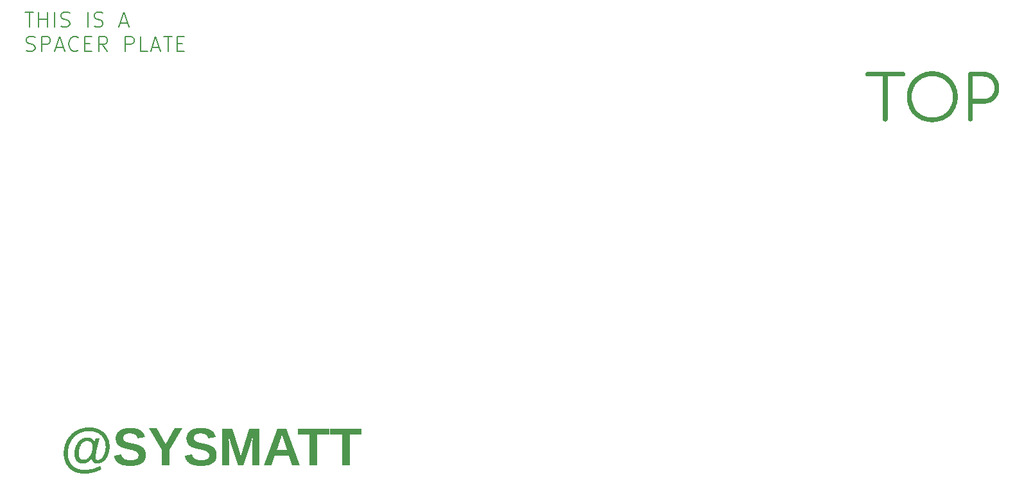
<source format=gto>
G04 #@! TF.GenerationSoftware,KiCad,Pcbnew,7.0.9-1.fc39*
G04 #@! TF.CreationDate,2023-12-18T12:14:33-05:00*
G04 #@! TF.ProjectId,SYSMATT-WS2812-MATRIX-CARRIER-SPACER-PLATE,5359534d-4154-4542-9d57-53323831322d,rev?*
G04 #@! TF.SameCoordinates,Original*
G04 #@! TF.FileFunction,Legend,Top*
G04 #@! TF.FilePolarity,Positive*
%FSLAX46Y46*%
G04 Gerber Fmt 4.6, Leading zero omitted, Abs format (unit mm)*
G04 Created by KiCad (PCBNEW 7.0.9-1.fc39) date 2023-12-18 12:14:33*
%MOMM*%
%LPD*%
G01*
G04 APERTURE LIST*
%ADD10C,0.150000*%
%ADD11C,1.000000*%
%ADD12C,12.800000*%
%ADD13C,8.600000*%
%ADD14C,10.600000*%
G04 APERTURE END LIST*
D10*
G36*
X152073412Y-124414752D02*
G01*
X147427913Y-124414752D01*
X147363968Y-124420513D01*
X147305708Y-124437214D01*
X147242210Y-124472140D01*
X147190673Y-124521079D01*
X147152808Y-124582322D01*
X147133509Y-124639024D01*
X147124930Y-124701630D01*
X147124563Y-124718101D01*
X147130325Y-124779144D01*
X147152808Y-124848353D01*
X147190673Y-124907896D01*
X147242210Y-124955859D01*
X147305708Y-124990333D01*
X147363968Y-125006914D01*
X147427913Y-125012658D01*
X149418004Y-125012658D01*
X149418004Y-130653203D01*
X149424896Y-130720259D01*
X149444565Y-130782163D01*
X149475500Y-130837747D01*
X149516189Y-130885844D01*
X149565122Y-130925285D01*
X149620786Y-130954904D01*
X149681671Y-130973531D01*
X149746266Y-130980000D01*
X149813385Y-130973531D01*
X149875455Y-130954904D01*
X149931274Y-130925285D01*
X149979640Y-130885844D01*
X150019351Y-130837747D01*
X150049204Y-130782163D01*
X150067997Y-130720259D01*
X150074528Y-130653203D01*
X150074528Y-125012658D01*
X152073412Y-125012658D01*
X152136873Y-125006914D01*
X152194770Y-124990333D01*
X152257956Y-124955859D01*
X152309309Y-124907896D01*
X152347084Y-124848353D01*
X152369537Y-124779144D01*
X152375296Y-124718101D01*
X152369537Y-124654157D01*
X152352856Y-124595896D01*
X152318006Y-124532398D01*
X152269229Y-124480862D01*
X152208270Y-124442996D01*
X152151904Y-124423697D01*
X152089750Y-124415119D01*
X152073412Y-124414752D01*
G37*
G36*
X156127759Y-124360287D02*
G01*
X156304258Y-124372634D01*
X156477412Y-124393006D01*
X156647055Y-124421232D01*
X156813022Y-124457143D01*
X156975147Y-124500570D01*
X157133265Y-124551342D01*
X157287211Y-124609291D01*
X157436817Y-124674247D01*
X157581920Y-124746040D01*
X157722353Y-124824500D01*
X157857952Y-124909458D01*
X157988549Y-125000745D01*
X158113981Y-125098190D01*
X158234080Y-125201625D01*
X158348682Y-125310879D01*
X158457622Y-125425783D01*
X158560732Y-125546168D01*
X158657849Y-125671863D01*
X158748806Y-125802700D01*
X158833439Y-125938508D01*
X158911580Y-126079119D01*
X158983065Y-126224362D01*
X159047728Y-126374068D01*
X159105404Y-126528067D01*
X159155927Y-126686190D01*
X159199131Y-126848267D01*
X159234852Y-127014129D01*
X159262922Y-127183606D01*
X159283178Y-127356528D01*
X159295452Y-127532726D01*
X159299581Y-127712030D01*
X159295452Y-127891996D01*
X159283178Y-128068806D01*
X159262922Y-128242292D01*
X159234852Y-128412287D01*
X159199131Y-128578623D01*
X159155927Y-128741132D01*
X159105404Y-128899647D01*
X159047728Y-129054000D01*
X158983065Y-129204023D01*
X158911580Y-129349548D01*
X158833439Y-129490408D01*
X158748806Y-129626435D01*
X158657849Y-129757462D01*
X158560732Y-129883320D01*
X158457622Y-130003842D01*
X158348682Y-130118860D01*
X158234080Y-130228207D01*
X158113981Y-130331715D01*
X157988549Y-130429215D01*
X157857952Y-130520541D01*
X157722353Y-130605525D01*
X157581920Y-130683999D01*
X157436817Y-130755795D01*
X157287211Y-130820746D01*
X157133265Y-130878683D01*
X156975147Y-130929439D01*
X156813022Y-130972847D01*
X156647055Y-131008739D01*
X156477412Y-131036947D01*
X156304258Y-131057303D01*
X156127759Y-131069639D01*
X155948080Y-131073789D01*
X155767757Y-131069639D01*
X155590696Y-131057303D01*
X155417057Y-131036947D01*
X155247002Y-131008739D01*
X155080694Y-130972847D01*
X154918293Y-130929439D01*
X154759961Y-130878683D01*
X154605859Y-130820746D01*
X154456150Y-130755795D01*
X154310994Y-130683999D01*
X154170553Y-130605525D01*
X154034989Y-130520541D01*
X153904463Y-130429215D01*
X153779137Y-130331715D01*
X153659173Y-130228207D01*
X153544731Y-130118860D01*
X153435973Y-130003842D01*
X153333062Y-129883320D01*
X153236158Y-129757462D01*
X153145422Y-129626435D01*
X153061018Y-129490408D01*
X152983105Y-129349548D01*
X152911846Y-129204023D01*
X152847402Y-129054000D01*
X152789935Y-128899647D01*
X152739606Y-128741132D01*
X152696577Y-128578623D01*
X152661009Y-128412287D01*
X152633063Y-128242292D01*
X152612903Y-128068806D01*
X152600688Y-127891996D01*
X152596580Y-127712030D01*
X153235519Y-127712030D01*
X153238867Y-127857077D01*
X153248820Y-127999762D01*
X153265243Y-128139937D01*
X153288001Y-128277456D01*
X153316959Y-128412171D01*
X153351980Y-128543936D01*
X153392931Y-128672603D01*
X153439676Y-128798025D01*
X153492079Y-128920056D01*
X153550006Y-129038548D01*
X153613321Y-129153354D01*
X153681888Y-129264327D01*
X153755574Y-129371320D01*
X153834242Y-129474187D01*
X153917757Y-129572779D01*
X154005983Y-129666950D01*
X154098787Y-129756553D01*
X154196032Y-129841441D01*
X154297583Y-129921467D01*
X154403306Y-129996483D01*
X154513063Y-130066343D01*
X154626722Y-130130900D01*
X154744146Y-130190007D01*
X154865199Y-130243516D01*
X154989748Y-130291280D01*
X155117656Y-130333153D01*
X155248788Y-130368988D01*
X155383009Y-130398637D01*
X155520185Y-130421953D01*
X155660178Y-130438789D01*
X155802855Y-130448999D01*
X155948080Y-130452435D01*
X156092640Y-130448999D01*
X156234693Y-130438789D01*
X156374103Y-130421953D01*
X156510733Y-130398637D01*
X156644447Y-130368988D01*
X156775108Y-130333153D01*
X156902580Y-130291280D01*
X157026726Y-130243516D01*
X157147409Y-130190007D01*
X157264493Y-130130900D01*
X157377841Y-130066343D01*
X157487317Y-129996483D01*
X157592784Y-129921467D01*
X157694106Y-129841441D01*
X157791145Y-129756553D01*
X157883766Y-129666950D01*
X157971832Y-129572779D01*
X158055206Y-129474187D01*
X158133751Y-129371320D01*
X158207332Y-129264327D01*
X158275811Y-129153354D01*
X158339051Y-129038548D01*
X158396917Y-128920056D01*
X158449272Y-128798025D01*
X158495979Y-128672603D01*
X158536902Y-128543936D01*
X158571903Y-128412171D01*
X158600847Y-128277456D01*
X158623596Y-128139937D01*
X158640015Y-127999762D01*
X158649967Y-127857077D01*
X158653314Y-127712030D01*
X158649967Y-127567645D01*
X158640015Y-127425572D01*
X158623596Y-127285960D01*
X158600847Y-127148960D01*
X158571903Y-127014719D01*
X158536902Y-126883386D01*
X158495979Y-126755111D01*
X158449272Y-126630042D01*
X158396917Y-126508328D01*
X158339051Y-126390119D01*
X158275811Y-126275562D01*
X158207332Y-126164808D01*
X158133751Y-126058005D01*
X158055206Y-125955301D01*
X157971832Y-125856846D01*
X157883766Y-125762789D01*
X157791145Y-125673279D01*
X157694106Y-125588464D01*
X157592784Y-125508493D01*
X157487317Y-125433516D01*
X157377841Y-125363682D01*
X157264493Y-125299138D01*
X157147409Y-125240035D01*
X157026726Y-125186521D01*
X156902580Y-125138745D01*
X156775108Y-125096856D01*
X156644447Y-125061003D01*
X156510733Y-125031334D01*
X156374103Y-125008000D01*
X156234693Y-124991148D01*
X156092640Y-124980927D01*
X155948080Y-124977487D01*
X155802855Y-124980927D01*
X155660178Y-124991148D01*
X155520185Y-125008000D01*
X155383009Y-125031334D01*
X155248788Y-125061003D01*
X155117656Y-125096856D01*
X154989748Y-125138745D01*
X154865199Y-125186521D01*
X154744146Y-125240035D01*
X154626722Y-125299138D01*
X154513063Y-125363682D01*
X154403306Y-125433516D01*
X154297583Y-125508493D01*
X154196032Y-125588464D01*
X154098787Y-125673279D01*
X154005983Y-125762789D01*
X153917757Y-125856846D01*
X153834242Y-125955301D01*
X153755574Y-126058005D01*
X153681888Y-126164808D01*
X153613321Y-126275562D01*
X153550006Y-126390119D01*
X153492079Y-126508328D01*
X153439676Y-126630042D01*
X153392931Y-126755111D01*
X153351980Y-126883386D01*
X153316959Y-127014719D01*
X153288001Y-127148960D01*
X153265243Y-127285960D01*
X153248820Y-127425572D01*
X153238867Y-127567645D01*
X153235519Y-127712030D01*
X152596580Y-127712030D01*
X152600688Y-127532726D01*
X152612903Y-127356528D01*
X152633063Y-127183606D01*
X152661009Y-127014129D01*
X152696577Y-126848267D01*
X152739606Y-126686190D01*
X152789935Y-126528067D01*
X152847402Y-126374068D01*
X152911846Y-126224362D01*
X152983105Y-126079119D01*
X153061018Y-125938508D01*
X153145422Y-125802700D01*
X153236158Y-125671863D01*
X153333062Y-125546168D01*
X153435973Y-125425783D01*
X153544731Y-125310879D01*
X153659173Y-125201625D01*
X153779137Y-125098190D01*
X153904463Y-125000745D01*
X154034989Y-124909458D01*
X154170553Y-124824500D01*
X154310994Y-124746040D01*
X154456150Y-124674247D01*
X154605859Y-124609291D01*
X154759961Y-124551342D01*
X154918293Y-124500570D01*
X155080694Y-124457143D01*
X155247002Y-124421232D01*
X155417057Y-124393006D01*
X155590696Y-124372634D01*
X155767757Y-124360287D01*
X155948080Y-124356133D01*
X156127759Y-124360287D01*
G37*
G36*
X162770884Y-124417316D02*
G01*
X162884034Y-124424946D01*
X162994836Y-124437547D01*
X163103198Y-124455023D01*
X163209026Y-124477280D01*
X163312228Y-124504223D01*
X163412713Y-124535756D01*
X163510389Y-124571785D01*
X163605161Y-124612214D01*
X163696940Y-124656949D01*
X163785631Y-124705895D01*
X163871143Y-124758957D01*
X163953383Y-124816039D01*
X164032260Y-124877047D01*
X164107681Y-124941886D01*
X164179553Y-125010460D01*
X164247784Y-125082675D01*
X164312283Y-125158436D01*
X164372956Y-125237648D01*
X164429711Y-125320215D01*
X164482456Y-125406044D01*
X164531099Y-125495038D01*
X164575548Y-125587102D01*
X164615710Y-125682143D01*
X164651492Y-125780065D01*
X164682803Y-125880772D01*
X164709550Y-125984170D01*
X164731641Y-126090164D01*
X164748983Y-126198659D01*
X164761485Y-126309560D01*
X164769054Y-126422772D01*
X164771598Y-126538199D01*
X164769054Y-126652133D01*
X164761485Y-126763886D01*
X164748983Y-126873363D01*
X164731641Y-126980472D01*
X164709550Y-127085118D01*
X164682803Y-127187206D01*
X164651492Y-127286642D01*
X164615710Y-127383333D01*
X164575548Y-127477183D01*
X164531099Y-127568099D01*
X164482456Y-127655987D01*
X164429711Y-127740753D01*
X164372956Y-127822301D01*
X164312283Y-127900539D01*
X164247784Y-127975371D01*
X164179553Y-128046704D01*
X164107681Y-128114443D01*
X164032260Y-128178495D01*
X163953383Y-128238765D01*
X163871143Y-128295159D01*
X163785631Y-128347583D01*
X163696940Y-128395942D01*
X163605161Y-128440142D01*
X163510389Y-128480090D01*
X163412713Y-128515691D01*
X163312228Y-128546850D01*
X163209026Y-128573474D01*
X163103198Y-128595469D01*
X162994836Y-128612740D01*
X162884034Y-128625193D01*
X162770884Y-128632734D01*
X162655478Y-128635268D01*
X161302861Y-128635268D01*
X161302861Y-130648806D01*
X161296690Y-130719417D01*
X161278772Y-130783399D01*
X161250001Y-130839894D01*
X161211270Y-130888042D01*
X161163470Y-130926985D01*
X161107497Y-130955865D01*
X161044242Y-130973823D01*
X160974598Y-130980000D01*
X160905018Y-130973823D01*
X160841929Y-130955865D01*
X160786190Y-130926985D01*
X160738660Y-130888042D01*
X160700197Y-130839894D01*
X160671661Y-130783399D01*
X160653909Y-130719417D01*
X160647801Y-130648806D01*
X160647801Y-125044898D01*
X161302861Y-125044898D01*
X161302861Y-128006587D01*
X162655478Y-128006587D01*
X162735790Y-128004812D01*
X162814568Y-127999531D01*
X162891745Y-127990810D01*
X162967254Y-127978715D01*
X163041028Y-127963312D01*
X163113001Y-127944667D01*
X163183106Y-127922845D01*
X163251277Y-127897914D01*
X163317448Y-127869939D01*
X163381551Y-127838986D01*
X163443521Y-127805121D01*
X163503290Y-127768410D01*
X163560793Y-127728919D01*
X163615962Y-127686715D01*
X163668731Y-127641862D01*
X163719033Y-127594427D01*
X163766802Y-127544477D01*
X163811972Y-127492076D01*
X163854476Y-127437292D01*
X163894247Y-127380190D01*
X163931218Y-127320836D01*
X163965324Y-127259296D01*
X163996498Y-127195637D01*
X164024672Y-127129923D01*
X164049782Y-127062222D01*
X164071759Y-126992599D01*
X164090537Y-126921120D01*
X164106051Y-126847851D01*
X164118233Y-126772859D01*
X164127017Y-126696209D01*
X164132336Y-126617967D01*
X164134124Y-126538199D01*
X164132336Y-126456942D01*
X164127017Y-126377253D01*
X164118233Y-126299200D01*
X164106051Y-126222848D01*
X164090537Y-126148264D01*
X164071759Y-126075514D01*
X164049782Y-126004665D01*
X164024672Y-125935782D01*
X163996498Y-125868932D01*
X163965324Y-125804181D01*
X163931218Y-125741595D01*
X163894247Y-125681242D01*
X163854476Y-125623186D01*
X163811972Y-125567494D01*
X163766802Y-125514234D01*
X163719033Y-125463469D01*
X163668731Y-125415269D01*
X163615962Y-125369697D01*
X163560793Y-125326821D01*
X163503290Y-125286707D01*
X163443521Y-125249422D01*
X163381551Y-125215031D01*
X163317448Y-125183600D01*
X163251277Y-125155197D01*
X163183106Y-125129887D01*
X163113001Y-125107737D01*
X163041028Y-125088812D01*
X162967254Y-125073180D01*
X162891745Y-125060906D01*
X162814568Y-125052057D01*
X162735790Y-125046699D01*
X162655478Y-125044898D01*
X161302861Y-125044898D01*
X160647801Y-125044898D01*
X160647801Y-124743014D01*
X160653909Y-124673371D01*
X160671661Y-124610116D01*
X160700197Y-124554142D01*
X160738660Y-124506343D01*
X160786190Y-124467611D01*
X160841929Y-124438840D01*
X160905018Y-124420923D01*
X160974598Y-124414752D01*
X162655478Y-124414752D01*
X162770884Y-124417316D01*
G37*
X36289160Y-116527438D02*
X37432017Y-116527438D01*
X36860588Y-118527438D02*
X36860588Y-116527438D01*
X38098684Y-118527438D02*
X38098684Y-116527438D01*
X38098684Y-117479819D02*
X39241541Y-117479819D01*
X39241541Y-118527438D02*
X39241541Y-116527438D01*
X40193922Y-118527438D02*
X40193922Y-116527438D01*
X41051065Y-118432200D02*
X41336779Y-118527438D01*
X41336779Y-118527438D02*
X41812970Y-118527438D01*
X41812970Y-118527438D02*
X42003446Y-118432200D01*
X42003446Y-118432200D02*
X42098684Y-118336961D01*
X42098684Y-118336961D02*
X42193922Y-118146485D01*
X42193922Y-118146485D02*
X42193922Y-117956009D01*
X42193922Y-117956009D02*
X42098684Y-117765533D01*
X42098684Y-117765533D02*
X42003446Y-117670295D01*
X42003446Y-117670295D02*
X41812970Y-117575057D01*
X41812970Y-117575057D02*
X41432017Y-117479819D01*
X41432017Y-117479819D02*
X41241541Y-117384580D01*
X41241541Y-117384580D02*
X41146303Y-117289342D01*
X41146303Y-117289342D02*
X41051065Y-117098866D01*
X41051065Y-117098866D02*
X41051065Y-116908390D01*
X41051065Y-116908390D02*
X41146303Y-116717914D01*
X41146303Y-116717914D02*
X41241541Y-116622676D01*
X41241541Y-116622676D02*
X41432017Y-116527438D01*
X41432017Y-116527438D02*
X41908208Y-116527438D01*
X41908208Y-116527438D02*
X42193922Y-116622676D01*
X44574875Y-118527438D02*
X44574875Y-116527438D01*
X45432018Y-118432200D02*
X45717732Y-118527438D01*
X45717732Y-118527438D02*
X46193923Y-118527438D01*
X46193923Y-118527438D02*
X46384399Y-118432200D01*
X46384399Y-118432200D02*
X46479637Y-118336961D01*
X46479637Y-118336961D02*
X46574875Y-118146485D01*
X46574875Y-118146485D02*
X46574875Y-117956009D01*
X46574875Y-117956009D02*
X46479637Y-117765533D01*
X46479637Y-117765533D02*
X46384399Y-117670295D01*
X46384399Y-117670295D02*
X46193923Y-117575057D01*
X46193923Y-117575057D02*
X45812970Y-117479819D01*
X45812970Y-117479819D02*
X45622494Y-117384580D01*
X45622494Y-117384580D02*
X45527256Y-117289342D01*
X45527256Y-117289342D02*
X45432018Y-117098866D01*
X45432018Y-117098866D02*
X45432018Y-116908390D01*
X45432018Y-116908390D02*
X45527256Y-116717914D01*
X45527256Y-116717914D02*
X45622494Y-116622676D01*
X45622494Y-116622676D02*
X45812970Y-116527438D01*
X45812970Y-116527438D02*
X46289161Y-116527438D01*
X46289161Y-116527438D02*
X46574875Y-116622676D01*
X48860590Y-117956009D02*
X49812971Y-117956009D01*
X48670114Y-118527438D02*
X49336780Y-116527438D01*
X49336780Y-116527438D02*
X50003447Y-118527438D01*
X36479636Y-121652200D02*
X36765350Y-121747438D01*
X36765350Y-121747438D02*
X37241541Y-121747438D01*
X37241541Y-121747438D02*
X37432017Y-121652200D01*
X37432017Y-121652200D02*
X37527255Y-121556961D01*
X37527255Y-121556961D02*
X37622493Y-121366485D01*
X37622493Y-121366485D02*
X37622493Y-121176009D01*
X37622493Y-121176009D02*
X37527255Y-120985533D01*
X37527255Y-120985533D02*
X37432017Y-120890295D01*
X37432017Y-120890295D02*
X37241541Y-120795057D01*
X37241541Y-120795057D02*
X36860588Y-120699819D01*
X36860588Y-120699819D02*
X36670112Y-120604580D01*
X36670112Y-120604580D02*
X36574874Y-120509342D01*
X36574874Y-120509342D02*
X36479636Y-120318866D01*
X36479636Y-120318866D02*
X36479636Y-120128390D01*
X36479636Y-120128390D02*
X36574874Y-119937914D01*
X36574874Y-119937914D02*
X36670112Y-119842676D01*
X36670112Y-119842676D02*
X36860588Y-119747438D01*
X36860588Y-119747438D02*
X37336779Y-119747438D01*
X37336779Y-119747438D02*
X37622493Y-119842676D01*
X38479636Y-121747438D02*
X38479636Y-119747438D01*
X38479636Y-119747438D02*
X39241541Y-119747438D01*
X39241541Y-119747438D02*
X39432017Y-119842676D01*
X39432017Y-119842676D02*
X39527255Y-119937914D01*
X39527255Y-119937914D02*
X39622493Y-120128390D01*
X39622493Y-120128390D02*
X39622493Y-120414104D01*
X39622493Y-120414104D02*
X39527255Y-120604580D01*
X39527255Y-120604580D02*
X39432017Y-120699819D01*
X39432017Y-120699819D02*
X39241541Y-120795057D01*
X39241541Y-120795057D02*
X38479636Y-120795057D01*
X40384398Y-121176009D02*
X41336779Y-121176009D01*
X40193922Y-121747438D02*
X40860588Y-119747438D01*
X40860588Y-119747438D02*
X41527255Y-121747438D01*
X43336779Y-121556961D02*
X43241541Y-121652200D01*
X43241541Y-121652200D02*
X42955827Y-121747438D01*
X42955827Y-121747438D02*
X42765351Y-121747438D01*
X42765351Y-121747438D02*
X42479636Y-121652200D01*
X42479636Y-121652200D02*
X42289160Y-121461723D01*
X42289160Y-121461723D02*
X42193922Y-121271247D01*
X42193922Y-121271247D02*
X42098684Y-120890295D01*
X42098684Y-120890295D02*
X42098684Y-120604580D01*
X42098684Y-120604580D02*
X42193922Y-120223628D01*
X42193922Y-120223628D02*
X42289160Y-120033152D01*
X42289160Y-120033152D02*
X42479636Y-119842676D01*
X42479636Y-119842676D02*
X42765351Y-119747438D01*
X42765351Y-119747438D02*
X42955827Y-119747438D01*
X42955827Y-119747438D02*
X43241541Y-119842676D01*
X43241541Y-119842676D02*
X43336779Y-119937914D01*
X44193922Y-120699819D02*
X44860589Y-120699819D01*
X45146303Y-121747438D02*
X44193922Y-121747438D01*
X44193922Y-121747438D02*
X44193922Y-119747438D01*
X44193922Y-119747438D02*
X45146303Y-119747438D01*
X47146303Y-121747438D02*
X46479636Y-120795057D01*
X46003446Y-121747438D02*
X46003446Y-119747438D01*
X46003446Y-119747438D02*
X46765351Y-119747438D01*
X46765351Y-119747438D02*
X46955827Y-119842676D01*
X46955827Y-119842676D02*
X47051065Y-119937914D01*
X47051065Y-119937914D02*
X47146303Y-120128390D01*
X47146303Y-120128390D02*
X47146303Y-120414104D01*
X47146303Y-120414104D02*
X47051065Y-120604580D01*
X47051065Y-120604580D02*
X46955827Y-120699819D01*
X46955827Y-120699819D02*
X46765351Y-120795057D01*
X46765351Y-120795057D02*
X46003446Y-120795057D01*
X49527256Y-121747438D02*
X49527256Y-119747438D01*
X49527256Y-119747438D02*
X50289161Y-119747438D01*
X50289161Y-119747438D02*
X50479637Y-119842676D01*
X50479637Y-119842676D02*
X50574875Y-119937914D01*
X50574875Y-119937914D02*
X50670113Y-120128390D01*
X50670113Y-120128390D02*
X50670113Y-120414104D01*
X50670113Y-120414104D02*
X50574875Y-120604580D01*
X50574875Y-120604580D02*
X50479637Y-120699819D01*
X50479637Y-120699819D02*
X50289161Y-120795057D01*
X50289161Y-120795057D02*
X49527256Y-120795057D01*
X52479637Y-121747438D02*
X51527256Y-121747438D01*
X51527256Y-121747438D02*
X51527256Y-119747438D01*
X53051066Y-121176009D02*
X54003447Y-121176009D01*
X52860590Y-121747438D02*
X53527256Y-119747438D01*
X53527256Y-119747438D02*
X54193923Y-121747438D01*
X54574876Y-119747438D02*
X55717733Y-119747438D01*
X55146304Y-121747438D02*
X55146304Y-119747438D01*
X56384400Y-120699819D02*
X57051067Y-120699819D01*
X57336781Y-121747438D02*
X56384400Y-121747438D01*
X56384400Y-121747438D02*
X56384400Y-119747438D01*
X56384400Y-119747438D02*
X57336781Y-119747438D01*
D11*
G36*
X44802336Y-171398211D02*
G01*
X44853884Y-171399127D01*
X44904994Y-171400654D01*
X44955665Y-171402791D01*
X45005897Y-171405539D01*
X45055690Y-171408897D01*
X45105044Y-171412866D01*
X45153960Y-171417445D01*
X45250474Y-171428436D01*
X45345232Y-171441870D01*
X45438235Y-171457745D01*
X45529483Y-171476064D01*
X45618975Y-171496824D01*
X45706712Y-171520027D01*
X45792693Y-171545673D01*
X45876919Y-171573761D01*
X45959389Y-171604291D01*
X46040103Y-171637264D01*
X46119062Y-171672679D01*
X46196266Y-171710537D01*
X46271609Y-171750622D01*
X46344682Y-171792721D01*
X46415484Y-171836832D01*
X46484015Y-171882957D01*
X46550275Y-171931095D01*
X46614265Y-171981246D01*
X46675984Y-172033410D01*
X46735432Y-172087587D01*
X46792610Y-172143777D01*
X46847517Y-172201980D01*
X46900153Y-172262197D01*
X46950519Y-172324426D01*
X46998613Y-172388669D01*
X47044438Y-172454924D01*
X47087991Y-172523193D01*
X47129274Y-172593475D01*
X47168167Y-172665474D01*
X47204550Y-172738895D01*
X47238425Y-172813737D01*
X47269790Y-172890001D01*
X47298646Y-172967686D01*
X47324992Y-173046793D01*
X47348830Y-173127322D01*
X47370158Y-173209272D01*
X47388977Y-173292644D01*
X47405287Y-173377437D01*
X47419088Y-173463652D01*
X47430379Y-173551288D01*
X47439162Y-173640346D01*
X47445435Y-173730826D01*
X47449198Y-173822727D01*
X47450453Y-173916050D01*
X47449599Y-173994236D01*
X47447038Y-174071564D01*
X47442768Y-174148033D01*
X47436791Y-174223643D01*
X47429106Y-174298395D01*
X47419713Y-174372288D01*
X47408612Y-174445322D01*
X47395804Y-174517498D01*
X47381288Y-174588815D01*
X47365064Y-174659273D01*
X47347132Y-174728873D01*
X47327492Y-174797614D01*
X47306145Y-174865496D01*
X47283089Y-174932520D01*
X47258327Y-174998685D01*
X47231856Y-175063991D01*
X47204030Y-175127833D01*
X47174898Y-175189910D01*
X47144458Y-175250222D01*
X47112711Y-175308768D01*
X47079657Y-175365550D01*
X47045296Y-175420567D01*
X47009628Y-175473818D01*
X46972653Y-175525305D01*
X46934371Y-175575026D01*
X46894782Y-175622983D01*
X46853885Y-175669174D01*
X46811682Y-175713601D01*
X46768171Y-175756262D01*
X46723354Y-175797159D01*
X46677229Y-175836290D01*
X46629797Y-175873656D01*
X46581469Y-175909000D01*
X46532653Y-175942063D01*
X46483352Y-175972846D01*
X46433563Y-176001349D01*
X46383288Y-176027572D01*
X46332527Y-176051515D01*
X46281279Y-176073177D01*
X46229544Y-176092559D01*
X46177323Y-176109661D01*
X46124615Y-176124482D01*
X46071421Y-176137023D01*
X46017740Y-176147284D01*
X45963572Y-176155265D01*
X45908918Y-176160966D01*
X45853777Y-176164386D01*
X45798150Y-176165526D01*
X45740133Y-176164153D01*
X45684692Y-176160031D01*
X45631827Y-176153162D01*
X45581537Y-176143545D01*
X45533824Y-176131180D01*
X45474214Y-176110419D01*
X45419183Y-176084774D01*
X45368731Y-176054243D01*
X45322859Y-176018828D01*
X45312107Y-176009211D01*
X45272322Y-175968224D01*
X45237842Y-175923421D01*
X45208666Y-175874801D01*
X45184795Y-175822365D01*
X45166229Y-175766113D01*
X45152967Y-175706045D01*
X45145011Y-175642160D01*
X45142524Y-175591742D01*
X45142358Y-175574459D01*
X45143352Y-175520062D01*
X45146332Y-175468003D01*
X45151299Y-175418282D01*
X45159409Y-175364319D01*
X45163119Y-175344870D01*
X45142358Y-175344870D01*
X45120186Y-175389397D01*
X45096715Y-175432912D01*
X45071948Y-175475416D01*
X45045882Y-175516909D01*
X45018519Y-175557390D01*
X44975042Y-175616216D01*
X44928646Y-175672766D01*
X44896093Y-175709202D01*
X44862242Y-175744627D01*
X44827094Y-175779041D01*
X44790648Y-175812443D01*
X44752905Y-175844834D01*
X44713865Y-175876213D01*
X44673526Y-175906581D01*
X44631891Y-175935938D01*
X44589544Y-175963740D01*
X44547073Y-175989748D01*
X44504479Y-176013962D01*
X44440354Y-176046921D01*
X44375951Y-176075843D01*
X44311268Y-176100730D01*
X44246307Y-176121582D01*
X44181066Y-176138397D01*
X44115546Y-176151177D01*
X44049747Y-176159921D01*
X43983669Y-176164630D01*
X43939462Y-176165526D01*
X43873082Y-176164162D01*
X43808582Y-176160069D01*
X43745962Y-176153247D01*
X43685221Y-176143697D01*
X43626359Y-176131418D01*
X43569377Y-176116411D01*
X43514274Y-176098674D01*
X43461051Y-176078210D01*
X43409708Y-176055016D01*
X43360244Y-176029094D01*
X43312660Y-176000443D01*
X43266955Y-175969064D01*
X43223129Y-175934955D01*
X43181184Y-175898119D01*
X43141117Y-175858553D01*
X43102930Y-175816259D01*
X43066995Y-175771365D01*
X43033378Y-175724305D01*
X43002080Y-175675080D01*
X42973100Y-175623689D01*
X42946438Y-175570132D01*
X42922095Y-175514409D01*
X42900071Y-175456521D01*
X42880364Y-175396467D01*
X42862976Y-175334247D01*
X42847907Y-175269861D01*
X42835155Y-175203310D01*
X42824723Y-175134593D01*
X42816608Y-175063710D01*
X42810812Y-174990661D01*
X42807335Y-174915447D01*
X42806175Y-174838066D01*
X42806265Y-174830739D01*
X43376482Y-174830739D01*
X43377942Y-174903239D01*
X43382321Y-174972820D01*
X43389620Y-175039481D01*
X43399838Y-175103223D01*
X43412976Y-175164045D01*
X43429033Y-175221948D01*
X43448009Y-175276931D01*
X43469905Y-175328995D01*
X43494721Y-175378139D01*
X43522456Y-175424364D01*
X43542568Y-175453558D01*
X43575483Y-175494152D01*
X43611490Y-175530753D01*
X43650588Y-175563360D01*
X43692777Y-175591975D01*
X43738057Y-175616598D01*
X43786429Y-175637227D01*
X43837891Y-175653864D01*
X43892445Y-175666508D01*
X43950091Y-175675159D01*
X44010827Y-175679817D01*
X44053035Y-175680704D01*
X44109612Y-175678434D01*
X44165768Y-175671622D01*
X44221505Y-175660268D01*
X44276823Y-175644373D01*
X44331720Y-175623937D01*
X44386198Y-175598959D01*
X44440255Y-175569440D01*
X44493893Y-175535380D01*
X44533786Y-175507004D01*
X44572862Y-175476375D01*
X44611123Y-175443492D01*
X44648568Y-175408354D01*
X44685197Y-175370963D01*
X44721011Y-175331318D01*
X44756008Y-175289418D01*
X44790191Y-175245265D01*
X44823557Y-175198858D01*
X44856107Y-175150196D01*
X44877355Y-175116503D01*
X44908267Y-175064318D01*
X44937805Y-175010802D01*
X44965969Y-174955954D01*
X44992759Y-174899776D01*
X45018176Y-174842267D01*
X45042219Y-174783427D01*
X45064887Y-174723256D01*
X45086182Y-174661754D01*
X45106103Y-174598921D01*
X45124651Y-174534757D01*
X45136252Y-174491242D01*
X45152620Y-174426781D01*
X45167379Y-174364832D01*
X45180527Y-174305394D01*
X45192065Y-174248468D01*
X45201994Y-174194054D01*
X45210312Y-174142151D01*
X45217020Y-174092760D01*
X45223460Y-174030812D01*
X45227038Y-173973329D01*
X45227843Y-173933147D01*
X45226040Y-173872625D01*
X45220630Y-173814250D01*
X45211614Y-173758022D01*
X45198992Y-173703940D01*
X45182763Y-173652005D01*
X45162928Y-173602217D01*
X45139486Y-173554575D01*
X45112438Y-173509080D01*
X45081784Y-173465732D01*
X45047523Y-173424530D01*
X45022679Y-173398255D01*
X44983399Y-173361153D01*
X44942036Y-173327701D01*
X44898591Y-173297898D01*
X44853064Y-173271745D01*
X44805455Y-173249241D01*
X44755763Y-173230386D01*
X44703989Y-173215180D01*
X44650133Y-173203624D01*
X44594194Y-173195717D01*
X44536173Y-173191459D01*
X44496336Y-173190648D01*
X44436465Y-173192548D01*
X44377754Y-173198248D01*
X44320202Y-173207747D01*
X44263809Y-173221045D01*
X44208575Y-173238143D01*
X44154501Y-173259041D01*
X44101586Y-173283739D01*
X44049829Y-173312236D01*
X43999232Y-173344532D01*
X43949795Y-173380628D01*
X43917480Y-173406803D01*
X43870393Y-173448910D01*
X43825302Y-173494173D01*
X43782208Y-173542591D01*
X43741110Y-173594164D01*
X43702009Y-173648894D01*
X43664904Y-173706778D01*
X43629795Y-173767819D01*
X43596683Y-173832015D01*
X43575717Y-173876565D01*
X43555638Y-173922518D01*
X43536447Y-173969874D01*
X43518143Y-174018632D01*
X43500989Y-174068029D01*
X43484941Y-174117607D01*
X43470001Y-174167367D01*
X43456167Y-174217308D01*
X43443439Y-174267430D01*
X43431819Y-174317734D01*
X43421305Y-174368219D01*
X43411898Y-174418885D01*
X43403597Y-174469732D01*
X43396403Y-174520761D01*
X43390316Y-174571971D01*
X43385336Y-174623362D01*
X43381463Y-174674934D01*
X43378696Y-174726688D01*
X43377036Y-174778623D01*
X43376482Y-174830739D01*
X42806265Y-174830739D01*
X42807039Y-174767966D01*
X42809629Y-174698409D01*
X42813946Y-174629396D01*
X42819990Y-174560927D01*
X42827761Y-174493002D01*
X42837259Y-174425620D01*
X42848484Y-174358783D01*
X42861435Y-174292489D01*
X42876114Y-174226739D01*
X42892519Y-174161533D01*
X42910651Y-174096871D01*
X42930510Y-174032752D01*
X42952096Y-173969177D01*
X42975409Y-173906146D01*
X43000449Y-173843659D01*
X43027215Y-173781716D01*
X43055666Y-173720875D01*
X43085452Y-173661694D01*
X43116574Y-173604173D01*
X43149031Y-173548312D01*
X43182825Y-173494111D01*
X43217954Y-173441570D01*
X43254418Y-173390689D01*
X43292219Y-173341468D01*
X43331355Y-173293908D01*
X43371827Y-173248007D01*
X43413634Y-173203767D01*
X43456777Y-173161187D01*
X43501256Y-173120266D01*
X43547071Y-173081006D01*
X43594221Y-173043406D01*
X43642707Y-173007466D01*
X43692228Y-172973454D01*
X43742484Y-172941635D01*
X43793475Y-172912011D01*
X43845200Y-172884582D01*
X43897659Y-172859346D01*
X43950854Y-172836306D01*
X44004783Y-172815459D01*
X44059446Y-172796807D01*
X44114845Y-172780349D01*
X44170978Y-172766086D01*
X44227845Y-172754017D01*
X44285447Y-172744142D01*
X44343784Y-172736462D01*
X44402856Y-172730976D01*
X44462662Y-172727684D01*
X44523203Y-172726587D01*
X44605315Y-172728920D01*
X44684040Y-172735918D01*
X44759379Y-172747581D01*
X44831330Y-172763910D01*
X44899895Y-172784905D01*
X44965072Y-172810565D01*
X45026863Y-172840890D01*
X45085266Y-172875881D01*
X45140283Y-172915537D01*
X45191913Y-172959858D01*
X45240156Y-173008845D01*
X45285011Y-173062497D01*
X45326480Y-173120815D01*
X45364562Y-173183798D01*
X45399257Y-173251447D01*
X45430565Y-173323761D01*
X45451325Y-173323761D01*
X45584438Y-172804745D01*
X46120551Y-172804745D01*
X45718771Y-174549860D01*
X45703392Y-174622646D01*
X45689004Y-174692628D01*
X45675609Y-174759804D01*
X45663206Y-174824175D01*
X45651795Y-174885742D01*
X45641377Y-174944503D01*
X45631951Y-175000459D01*
X45623517Y-175053611D01*
X45616075Y-175103957D01*
X45606773Y-175174218D01*
X45599703Y-175238167D01*
X45594866Y-175295805D01*
X45592261Y-175347132D01*
X45591765Y-175377843D01*
X45593733Y-175429238D01*
X45601289Y-175484536D01*
X45614513Y-175532879D01*
X45637103Y-175580488D01*
X45672365Y-175623307D01*
X45714268Y-175654830D01*
X45759377Y-175677346D01*
X45807691Y-175690856D01*
X45859211Y-175695359D01*
X45910516Y-175693244D01*
X45961392Y-175686901D01*
X46011839Y-175676329D01*
X46061856Y-175661527D01*
X46111444Y-175642497D01*
X46160603Y-175619238D01*
X46209332Y-175591750D01*
X46257632Y-175560033D01*
X46305503Y-175524087D01*
X46352944Y-175483912D01*
X46384333Y-175454780D01*
X46430569Y-175408244D01*
X46474937Y-175358852D01*
X46517437Y-175306606D01*
X46558070Y-175251505D01*
X46596835Y-175193548D01*
X46633733Y-175132737D01*
X46668763Y-175069070D01*
X46691078Y-175025040D01*
X46712564Y-174979740D01*
X46733220Y-174933172D01*
X46753046Y-174885335D01*
X46772041Y-174836229D01*
X46781228Y-174811200D01*
X46798973Y-174760505D01*
X46815574Y-174709171D01*
X46831030Y-174657198D01*
X46845341Y-174604586D01*
X46858508Y-174551334D01*
X46870529Y-174497443D01*
X46881405Y-174442913D01*
X46891137Y-174387744D01*
X46899724Y-174331935D01*
X46907165Y-174275487D01*
X46913462Y-174218400D01*
X46918614Y-174160674D01*
X46922621Y-174102309D01*
X46925484Y-174043304D01*
X46927201Y-173983660D01*
X46927773Y-173923377D01*
X46926748Y-173848358D01*
X46923671Y-173774427D01*
X46918543Y-173701584D01*
X46911363Y-173629828D01*
X46902133Y-173559159D01*
X46890851Y-173489579D01*
X46877518Y-173421086D01*
X46862133Y-173353681D01*
X46844697Y-173287363D01*
X46825210Y-173222133D01*
X46803672Y-173157991D01*
X46780083Y-173094936D01*
X46754442Y-173032969D01*
X46726750Y-172972089D01*
X46697007Y-172912298D01*
X46665212Y-172853593D01*
X46631486Y-172796263D01*
X46595947Y-172740593D01*
X46558595Y-172686583D01*
X46519430Y-172634233D01*
X46478452Y-172583543D01*
X46435662Y-172534513D01*
X46391059Y-172487143D01*
X46344644Y-172441434D01*
X46296415Y-172397384D01*
X46246374Y-172354994D01*
X46194520Y-172314265D01*
X46140853Y-172275196D01*
X46085374Y-172237787D01*
X46028082Y-172202037D01*
X45968977Y-172167948D01*
X45908060Y-172135519D01*
X45845606Y-172104908D01*
X45781893Y-172076271D01*
X45716920Y-172049610D01*
X45650689Y-172024923D01*
X45583197Y-172002211D01*
X45514447Y-171981475D01*
X45444437Y-171962713D01*
X45373168Y-171945926D01*
X45300639Y-171931114D01*
X45226851Y-171918277D01*
X45151804Y-171907415D01*
X45075497Y-171898528D01*
X44997931Y-171891615D01*
X44919105Y-171886678D01*
X44839020Y-171883716D01*
X44757676Y-171882728D01*
X44706347Y-171883080D01*
X44655399Y-171884135D01*
X44604833Y-171885894D01*
X44554649Y-171888357D01*
X44504846Y-171891523D01*
X44455425Y-171895393D01*
X44406386Y-171899967D01*
X44357728Y-171905244D01*
X44261557Y-171917910D01*
X44166913Y-171933389D01*
X44073796Y-171951684D01*
X43982205Y-171972793D01*
X43892140Y-171996716D01*
X43803602Y-172023454D01*
X43716591Y-172053006D01*
X43631106Y-172085373D01*
X43547147Y-172120555D01*
X43464715Y-172158551D01*
X43383810Y-172199361D01*
X43304431Y-172242986D01*
X43227017Y-172289116D01*
X43151703Y-172337745D01*
X43078487Y-172388874D01*
X43007370Y-172442502D01*
X42938353Y-172498630D01*
X42871434Y-172557258D01*
X42806614Y-172618386D01*
X42743893Y-172682013D01*
X42683272Y-172748140D01*
X42624749Y-172816766D01*
X42568325Y-172887892D01*
X42514000Y-172961518D01*
X42461774Y-173037644D01*
X42411647Y-173116269D01*
X42363619Y-173197394D01*
X42317690Y-173281018D01*
X42274213Y-173366532D01*
X42233540Y-173453324D01*
X42195673Y-173541395D01*
X42160611Y-173630744D01*
X42128354Y-173721371D01*
X42098901Y-173813277D01*
X42072254Y-173906461D01*
X42048412Y-174000924D01*
X42037543Y-174048635D01*
X42027375Y-174096665D01*
X42017908Y-174145015D01*
X42009142Y-174193685D01*
X42001078Y-174242674D01*
X41993715Y-174291983D01*
X41987053Y-174341612D01*
X41981092Y-174391560D01*
X41975833Y-174441828D01*
X41971275Y-174492415D01*
X41967418Y-174543322D01*
X41964263Y-174594549D01*
X41961808Y-174646095D01*
X41960055Y-174697961D01*
X41959003Y-174750146D01*
X41958653Y-174802651D01*
X41959716Y-174885517D01*
X41962908Y-174967114D01*
X41968227Y-175047443D01*
X41975673Y-175126502D01*
X41985247Y-175204292D01*
X41996949Y-175280814D01*
X42010778Y-175356066D01*
X42026735Y-175430050D01*
X42044820Y-175502765D01*
X42065032Y-175574211D01*
X42087372Y-175644388D01*
X42111839Y-175713295D01*
X42138434Y-175780935D01*
X42167156Y-175847305D01*
X42198006Y-175912406D01*
X42230983Y-175976238D01*
X42266041Y-176038472D01*
X42302825Y-176098779D01*
X42341336Y-176157159D01*
X42381574Y-176213612D01*
X42423539Y-176268137D01*
X42467231Y-176320735D01*
X42512650Y-176371406D01*
X42559795Y-176420150D01*
X42608668Y-176466966D01*
X42659267Y-176511855D01*
X42711593Y-176554817D01*
X42765646Y-176595852D01*
X42821426Y-176634959D01*
X42878933Y-176672139D01*
X42938167Y-176707392D01*
X42999127Y-176740718D01*
X43061619Y-176772069D01*
X43125447Y-176801397D01*
X43190610Y-176828703D01*
X43257109Y-176853986D01*
X43324943Y-176877246D01*
X43394114Y-176898484D01*
X43464620Y-176917699D01*
X43536461Y-176934891D01*
X43609639Y-176950061D01*
X43684152Y-176963208D01*
X43760001Y-176974333D01*
X43837185Y-176983435D01*
X43915706Y-176990514D01*
X43995562Y-176995570D01*
X44076753Y-176998604D01*
X44159281Y-176999616D01*
X44222406Y-176999106D01*
X44285538Y-176997579D01*
X44348677Y-176995033D01*
X44411824Y-176991468D01*
X44474978Y-176986885D01*
X44538139Y-176981283D01*
X44601307Y-176974663D01*
X44664482Y-176967025D01*
X44727664Y-176958368D01*
X44790854Y-176948692D01*
X44854050Y-176937998D01*
X44917254Y-176926286D01*
X44980465Y-176913555D01*
X45043683Y-176899805D01*
X45106908Y-176885037D01*
X45170141Y-176869251D01*
X45233380Y-176852446D01*
X45296627Y-176834623D01*
X45359881Y-176815781D01*
X45423142Y-176795921D01*
X45486410Y-176775042D01*
X45549686Y-176753145D01*
X45612968Y-176730229D01*
X45676258Y-176706295D01*
X45739555Y-176681343D01*
X45802859Y-176655372D01*
X45866170Y-176628382D01*
X45929488Y-176600374D01*
X45992813Y-176571348D01*
X46056146Y-176541303D01*
X46119486Y-176510239D01*
X46182833Y-176478157D01*
X46395324Y-176892149D01*
X46323368Y-176931881D01*
X46251602Y-176970173D01*
X46180028Y-177007024D01*
X46108644Y-177042435D01*
X46037451Y-177076404D01*
X45966449Y-177108933D01*
X45895637Y-177140022D01*
X45825017Y-177169670D01*
X45754587Y-177197877D01*
X45684348Y-177224643D01*
X45614300Y-177249969D01*
X45544443Y-177273855D01*
X45474777Y-177296299D01*
X45405301Y-177317303D01*
X45336016Y-177336866D01*
X45266922Y-177354989D01*
X45197962Y-177371848D01*
X45128772Y-177387618D01*
X45059354Y-177402302D01*
X44989706Y-177415897D01*
X44919830Y-177428405D01*
X44849725Y-177439825D01*
X44779390Y-177450158D01*
X44708827Y-177459403D01*
X44638035Y-177467560D01*
X44567014Y-177474630D01*
X44495763Y-177480612D01*
X44424284Y-177485506D01*
X44352576Y-177489313D01*
X44280639Y-177492032D01*
X44208473Y-177493664D01*
X44136078Y-177494207D01*
X44085587Y-177493888D01*
X44035475Y-177492929D01*
X43985743Y-177491331D01*
X43936390Y-177489094D01*
X43887416Y-177486217D01*
X43790606Y-177478546D01*
X43695314Y-177468319D01*
X43601538Y-177455534D01*
X43509279Y-177440193D01*
X43418537Y-177422294D01*
X43329312Y-177401839D01*
X43241604Y-177378827D01*
X43155413Y-177353257D01*
X43070739Y-177325131D01*
X42987582Y-177294448D01*
X42905942Y-177261208D01*
X42825819Y-177225412D01*
X42747212Y-177187058D01*
X42708478Y-177166922D01*
X42632448Y-177124871D01*
X42558536Y-177080540D01*
X42486742Y-177033929D01*
X42417066Y-176985037D01*
X42349508Y-176933866D01*
X42284068Y-176880414D01*
X42220746Y-176824682D01*
X42159542Y-176766669D01*
X42100457Y-176706376D01*
X42043489Y-176643803D01*
X41988639Y-176578950D01*
X41935908Y-176511817D01*
X41885294Y-176442403D01*
X41836798Y-176370709D01*
X41790421Y-176296735D01*
X41746161Y-176220481D01*
X41704459Y-176142385D01*
X41665447Y-176062887D01*
X41629125Y-175981986D01*
X41595494Y-175899683D01*
X41564553Y-175815978D01*
X41536303Y-175730870D01*
X41510744Y-175644359D01*
X41487875Y-175556446D01*
X41467696Y-175467130D01*
X41450208Y-175376412D01*
X41435410Y-175284291D01*
X41423303Y-175190768D01*
X41413886Y-175095843D01*
X41407160Y-174999515D01*
X41403124Y-174901784D01*
X41402115Y-174852393D01*
X41401779Y-174802651D01*
X41402204Y-174742155D01*
X41403477Y-174682023D01*
X41405600Y-174622256D01*
X41408572Y-174562854D01*
X41412393Y-174503818D01*
X41417063Y-174445146D01*
X41422583Y-174386839D01*
X41428951Y-174328896D01*
X41436169Y-174271319D01*
X41444235Y-174214107D01*
X41453151Y-174157260D01*
X41462916Y-174100777D01*
X41473530Y-174044660D01*
X41484993Y-173988908D01*
X41497306Y-173933520D01*
X41510467Y-173878497D01*
X41524478Y-173823840D01*
X41539337Y-173769547D01*
X41555046Y-173715619D01*
X41571604Y-173662056D01*
X41589011Y-173608858D01*
X41607267Y-173556025D01*
X41626373Y-173503557D01*
X41646327Y-173451454D01*
X41667131Y-173399716D01*
X41688783Y-173348343D01*
X41711285Y-173297334D01*
X41734636Y-173246691D01*
X41758836Y-173196412D01*
X41783885Y-173146499D01*
X41809784Y-173096950D01*
X41836531Y-173047766D01*
X41864026Y-172999034D01*
X41892168Y-172950990D01*
X41920956Y-172903636D01*
X41950390Y-172856971D01*
X41980471Y-172810995D01*
X42011198Y-172765709D01*
X42042572Y-172721112D01*
X42074592Y-172677204D01*
X42107258Y-172633986D01*
X42140571Y-172591457D01*
X42174530Y-172549617D01*
X42209135Y-172508467D01*
X42244387Y-172468006D01*
X42280285Y-172428234D01*
X42316830Y-172389152D01*
X42354021Y-172350758D01*
X42391858Y-172313055D01*
X42430342Y-172276040D01*
X42469472Y-172239715D01*
X42509249Y-172204079D01*
X42549671Y-172169133D01*
X42590741Y-172134875D01*
X42632456Y-172101308D01*
X42674818Y-172068429D01*
X42717827Y-172036240D01*
X42761482Y-172004740D01*
X42805783Y-171973929D01*
X42850731Y-171943808D01*
X42896325Y-171914376D01*
X42942565Y-171885633D01*
X42989452Y-171857580D01*
X43036985Y-171830216D01*
X43085019Y-171803619D01*
X43133408Y-171777866D01*
X43182153Y-171752957D01*
X43231253Y-171728893D01*
X43280709Y-171705673D01*
X43330520Y-171683298D01*
X43380686Y-171661767D01*
X43431208Y-171641080D01*
X43482085Y-171621238D01*
X43533318Y-171602240D01*
X43584906Y-171584086D01*
X43636849Y-171566777D01*
X43689148Y-171550312D01*
X43741802Y-171534692D01*
X43794811Y-171519915D01*
X43848176Y-171505983D01*
X43901897Y-171492896D01*
X43955972Y-171480653D01*
X44010404Y-171469254D01*
X44065190Y-171458700D01*
X44120332Y-171448989D01*
X44175829Y-171440124D01*
X44231682Y-171432102D01*
X44287890Y-171424925D01*
X44344453Y-171418593D01*
X44401372Y-171413104D01*
X44458646Y-171408460D01*
X44516276Y-171404661D01*
X44574261Y-171401706D01*
X44632601Y-171399595D01*
X44691297Y-171398328D01*
X44750348Y-171397906D01*
X44802336Y-171398211D01*
G37*
G36*
X52241277Y-175009036D02*
G01*
X52239216Y-175096878D01*
X52233033Y-175182105D01*
X52222729Y-175264719D01*
X52208304Y-175344718D01*
X52189757Y-175422103D01*
X52167088Y-175496873D01*
X52140297Y-175569030D01*
X52109385Y-175638572D01*
X52074352Y-175705501D01*
X52035197Y-175769815D01*
X51991920Y-175831515D01*
X51944521Y-175890601D01*
X51893002Y-175947072D01*
X51837360Y-176000930D01*
X51777597Y-176052173D01*
X51713712Y-176100802D01*
X51645987Y-176146497D01*
X51574398Y-176189245D01*
X51498945Y-176229044D01*
X51419628Y-176265895D01*
X51336447Y-176299798D01*
X51249403Y-176330753D01*
X51158494Y-176358760D01*
X51063721Y-176383818D01*
X51014885Y-176395242D01*
X50965084Y-176405929D01*
X50914316Y-176415879D01*
X50862583Y-176425092D01*
X50809883Y-176433567D01*
X50756218Y-176441306D01*
X50701587Y-176448308D01*
X50645989Y-176454573D01*
X50589426Y-176460100D01*
X50531896Y-176464891D01*
X50473401Y-176468944D01*
X50413939Y-176472261D01*
X50353512Y-176474841D01*
X50292118Y-176476683D01*
X50229759Y-176477789D01*
X50166434Y-176478157D01*
X50108666Y-176477836D01*
X50051682Y-176476874D01*
X49995484Y-176475270D01*
X49940070Y-176473024D01*
X49885441Y-176470137D01*
X49831597Y-176466608D01*
X49778537Y-176462438D01*
X49726262Y-176457626D01*
X49674772Y-176452172D01*
X49624067Y-176446076D01*
X49574146Y-176439340D01*
X49525010Y-176431961D01*
X49476659Y-176423941D01*
X49382310Y-176405976D01*
X49291101Y-176385444D01*
X49203030Y-176362346D01*
X49118099Y-176336681D01*
X49036306Y-176308450D01*
X48957652Y-176277653D01*
X48882137Y-176244289D01*
X48809761Y-176208358D01*
X48740524Y-176169861D01*
X48707083Y-176149651D01*
X48642458Y-176107266D01*
X48580782Y-176062238D01*
X48522054Y-176014568D01*
X48466274Y-175964255D01*
X48413443Y-175911299D01*
X48363559Y-175855700D01*
X48316623Y-175797459D01*
X48272636Y-175736575D01*
X48231596Y-175673048D01*
X48193505Y-175606878D01*
X48158361Y-175538066D01*
X48126166Y-175466610D01*
X48096919Y-175392512D01*
X48070620Y-175315771D01*
X48047269Y-175236387D01*
X48026866Y-175154361D01*
X49006280Y-174993161D01*
X49026709Y-175062766D01*
X49050444Y-175128701D01*
X49077485Y-175190965D01*
X49107832Y-175249558D01*
X49141484Y-175304481D01*
X49178443Y-175355733D01*
X49218707Y-175403313D01*
X49262277Y-175447223D01*
X49309153Y-175487463D01*
X49359335Y-175524031D01*
X49394626Y-175546371D01*
X49450629Y-175577143D01*
X49510560Y-175604889D01*
X49574420Y-175629608D01*
X49642208Y-175651300D01*
X49689583Y-175664080D01*
X49738703Y-175675514D01*
X49789570Y-175685603D01*
X49842182Y-175694348D01*
X49896540Y-175701746D01*
X49952645Y-175707800D01*
X50010495Y-175712508D01*
X50070091Y-175715871D01*
X50131433Y-175717889D01*
X50194521Y-175718562D01*
X50259812Y-175717926D01*
X50323030Y-175716019D01*
X50384176Y-175712841D01*
X50443248Y-175708392D01*
X50500248Y-175702671D01*
X50555176Y-175695679D01*
X50608030Y-175687415D01*
X50658812Y-175677880D01*
X50707521Y-175667074D01*
X50798721Y-175641648D01*
X50881630Y-175611137D01*
X50956248Y-175575540D01*
X51022575Y-175534859D01*
X51080611Y-175489092D01*
X51130357Y-175438240D01*
X51171811Y-175382302D01*
X51204975Y-175321280D01*
X51229848Y-175255172D01*
X51246429Y-175183979D01*
X51254720Y-175107701D01*
X51255757Y-175067655D01*
X51253849Y-175016898D01*
X51246097Y-174956672D01*
X51232382Y-174900024D01*
X51212704Y-174846954D01*
X51187063Y-174797461D01*
X51155460Y-174751546D01*
X51133635Y-174725715D01*
X51093057Y-174684839D01*
X51047649Y-174646169D01*
X51007845Y-174616822D01*
X50964950Y-174588886D01*
X50918964Y-174562363D01*
X50869886Y-174537252D01*
X50817718Y-174513553D01*
X50790474Y-174502233D01*
X50728841Y-174479068D01*
X50674251Y-174460943D01*
X50612492Y-174442174D01*
X50543562Y-174422761D01*
X50493626Y-174409461D01*
X50440503Y-174395875D01*
X50384194Y-174382003D01*
X50324698Y-174367844D01*
X50262015Y-174353399D01*
X50196146Y-174338669D01*
X50127090Y-174323651D01*
X50054847Y-174308348D01*
X49979418Y-174292759D01*
X49940509Y-174284856D01*
X49874015Y-174269028D01*
X49810087Y-174253601D01*
X49748726Y-174238574D01*
X49689931Y-174223948D01*
X49633703Y-174209723D01*
X49580041Y-174195899D01*
X49528945Y-174182475D01*
X49480416Y-174169452D01*
X49412435Y-174150668D01*
X49350228Y-174132787D01*
X49293796Y-174115807D01*
X49243138Y-174099728D01*
X49184577Y-174079692D01*
X49132084Y-174059733D01*
X49080850Y-174038934D01*
X49030876Y-174017296D01*
X48982161Y-173994818D01*
X48934705Y-173971501D01*
X48888509Y-173947343D01*
X48843572Y-173922347D01*
X48799895Y-173896510D01*
X48757935Y-173869586D01*
X48717539Y-173841327D01*
X48669245Y-173804124D01*
X48623396Y-173764834D01*
X48579992Y-173723457D01*
X48539032Y-173679993D01*
X48508025Y-173643719D01*
X48471907Y-173595908D01*
X48438353Y-173545592D01*
X48413357Y-173503537D01*
X48390001Y-173459879D01*
X48368286Y-173414617D01*
X48348213Y-173367753D01*
X48329780Y-173319286D01*
X48321179Y-173294452D01*
X48305437Y-173243466D01*
X48291793Y-173190648D01*
X48280249Y-173135999D01*
X48270804Y-173079518D01*
X48263457Y-173021205D01*
X48258210Y-172961060D01*
X48255062Y-172899084D01*
X48254012Y-172835275D01*
X48255935Y-172754198D01*
X48261702Y-172675525D01*
X48271314Y-172599256D01*
X48284771Y-172525392D01*
X48302074Y-172453932D01*
X48323221Y-172384876D01*
X48348213Y-172318224D01*
X48377049Y-172253977D01*
X48409731Y-172192134D01*
X48446258Y-172132695D01*
X48486630Y-172075661D01*
X48530846Y-172021031D01*
X48578908Y-171968805D01*
X48630814Y-171918983D01*
X48686565Y-171871565D01*
X48746161Y-171826552D01*
X48809583Y-171784110D01*
X48876507Y-171744406D01*
X48946932Y-171707441D01*
X49020858Y-171673213D01*
X49098286Y-171641724D01*
X49179215Y-171612973D01*
X49263646Y-171586960D01*
X49351578Y-171563686D01*
X49443012Y-171543149D01*
X49537947Y-171525351D01*
X49586728Y-171517479D01*
X49636384Y-171510291D01*
X49686915Y-171503788D01*
X49738322Y-171497969D01*
X49790604Y-171492835D01*
X49843761Y-171488386D01*
X49897794Y-171484621D01*
X49952702Y-171481540D01*
X50008485Y-171479144D01*
X50065144Y-171477433D01*
X50122679Y-171476406D01*
X50181088Y-171476064D01*
X50236827Y-171476336D01*
X50291694Y-171477151D01*
X50345687Y-171478511D01*
X50398808Y-171480414D01*
X50451055Y-171482861D01*
X50502430Y-171485852D01*
X50552931Y-171489387D01*
X50602560Y-171493466D01*
X50651315Y-171498088D01*
X50746207Y-171508965D01*
X50837608Y-171522017D01*
X50925516Y-171537244D01*
X51009932Y-171554646D01*
X51090857Y-171574224D01*
X51168290Y-171595976D01*
X51242230Y-171619905D01*
X51312679Y-171646008D01*
X51379636Y-171674287D01*
X51443101Y-171704741D01*
X51503074Y-171737370D01*
X51531751Y-171754501D01*
X51586978Y-171790574D01*
X51639695Y-171829491D01*
X51689903Y-171871251D01*
X51737602Y-171915853D01*
X51782792Y-171963300D01*
X51825472Y-172013589D01*
X51865643Y-172066721D01*
X51903306Y-172122697D01*
X51938458Y-172181515D01*
X51971102Y-172243177D01*
X52001236Y-172307682D01*
X52028862Y-172375030D01*
X52053978Y-172445221D01*
X52076584Y-172518256D01*
X52096682Y-172594133D01*
X52114270Y-172672854D01*
X51131193Y-172804745D01*
X51115622Y-172749060D01*
X51097304Y-172696038D01*
X51076238Y-172645677D01*
X51052424Y-172597978D01*
X51025863Y-172552941D01*
X50996554Y-172510566D01*
X50964497Y-172470852D01*
X50929692Y-172433801D01*
X50892140Y-172399411D01*
X50851840Y-172367684D01*
X50823447Y-172348011D01*
X50778388Y-172320512D01*
X50729766Y-172295718D01*
X50677581Y-172273629D01*
X50621832Y-172254244D01*
X50562520Y-172237565D01*
X50499644Y-172223590D01*
X50433204Y-172212320D01*
X50363202Y-172203755D01*
X50289635Y-172197894D01*
X50238612Y-172195490D01*
X50186004Y-172194288D01*
X50159106Y-172194138D01*
X50102531Y-172194707D01*
X50047752Y-172196413D01*
X49994768Y-172199257D01*
X49943581Y-172203240D01*
X49894190Y-172208359D01*
X49800796Y-172222012D01*
X49714585Y-172240216D01*
X49635560Y-172262971D01*
X49563718Y-172290276D01*
X49499060Y-172322133D01*
X49441587Y-172358540D01*
X49391298Y-172399498D01*
X49348193Y-172445008D01*
X49312272Y-172495068D01*
X49283535Y-172549679D01*
X49261982Y-172608841D01*
X49247614Y-172672554D01*
X49240430Y-172740818D01*
X49239532Y-172776657D01*
X49241917Y-172834140D01*
X49249073Y-172888283D01*
X49260999Y-172939088D01*
X49277695Y-172986553D01*
X49299162Y-173030679D01*
X49331218Y-173079222D01*
X49337229Y-173086845D01*
X49370055Y-173123762D01*
X49407473Y-173158949D01*
X49449482Y-173192408D01*
X49496082Y-173224136D01*
X49547274Y-173254136D01*
X49591534Y-173276891D01*
X49626657Y-173293230D01*
X49681058Y-173314964D01*
X49729948Y-173332141D01*
X49785772Y-173350069D01*
X49848530Y-173368749D01*
X49918222Y-173388180D01*
X49968535Y-173401551D01*
X50021930Y-173415257D01*
X50078406Y-173429296D01*
X50137964Y-173443669D01*
X50200604Y-173458376D01*
X50266325Y-173473417D01*
X50335128Y-173488792D01*
X50407013Y-173504501D01*
X50492627Y-173523033D01*
X50575140Y-173541385D01*
X50654552Y-173559555D01*
X50730864Y-173577544D01*
X50804074Y-173595352D01*
X50874184Y-173612979D01*
X50941194Y-173630424D01*
X51005102Y-173647688D01*
X51065910Y-173664771D01*
X51123617Y-173681672D01*
X51178224Y-173698392D01*
X51229730Y-173714931D01*
X51278134Y-173731289D01*
X51344928Y-173755485D01*
X51404745Y-173779274D01*
X51459968Y-173803223D01*
X51512980Y-173827903D01*
X51563781Y-173853312D01*
X51612370Y-173879451D01*
X51658749Y-173906321D01*
X51702917Y-173933920D01*
X51744873Y-173962248D01*
X51784619Y-173991307D01*
X51834173Y-174031187D01*
X51879797Y-174072365D01*
X51922463Y-174115222D01*
X51962534Y-174160140D01*
X52000010Y-174207119D01*
X52034891Y-174256158D01*
X52067177Y-174307258D01*
X52096868Y-174360419D01*
X52123964Y-174415641D01*
X52148464Y-174472923D01*
X52170217Y-174532057D01*
X52189070Y-174593442D01*
X52201306Y-174640958D01*
X52211910Y-174689741D01*
X52220883Y-174739791D01*
X52228225Y-174791107D01*
X52233935Y-174843690D01*
X52238014Y-174897539D01*
X52240461Y-174952654D01*
X52241277Y-175009036D01*
G37*
G36*
X55343161Y-174367899D02*
G01*
X55343161Y-176400000D01*
X54333217Y-176400000D01*
X54333217Y-174367899D01*
X52608862Y-171476064D01*
X53671318Y-171476064D01*
X54831472Y-173586322D01*
X56006280Y-171476064D01*
X57067515Y-171476064D01*
X55343161Y-174367899D01*
G37*
G36*
X61571353Y-175009036D02*
G01*
X61569293Y-175096878D01*
X61563110Y-175182105D01*
X61552806Y-175264719D01*
X61538381Y-175344718D01*
X61519833Y-175422103D01*
X61497165Y-175496873D01*
X61470374Y-175569030D01*
X61439462Y-175638572D01*
X61404429Y-175705501D01*
X61365273Y-175769815D01*
X61321997Y-175831515D01*
X61274598Y-175890601D01*
X61223078Y-175947072D01*
X61167437Y-176000930D01*
X61107674Y-176052173D01*
X61043789Y-176100802D01*
X60976064Y-176146497D01*
X60904475Y-176189245D01*
X60829022Y-176229044D01*
X60749705Y-176265895D01*
X60666524Y-176299798D01*
X60579479Y-176330753D01*
X60488570Y-176358760D01*
X60393797Y-176383818D01*
X60344962Y-176395242D01*
X60295161Y-176405929D01*
X60244393Y-176415879D01*
X60192660Y-176425092D01*
X60139960Y-176433567D01*
X60086295Y-176441306D01*
X60031663Y-176448308D01*
X59976066Y-176454573D01*
X59919502Y-176460100D01*
X59861973Y-176464891D01*
X59803478Y-176468944D01*
X59744016Y-176472261D01*
X59683589Y-176474841D01*
X59622195Y-176476683D01*
X59559836Y-176477789D01*
X59496510Y-176478157D01*
X59438742Y-176477836D01*
X59381759Y-176476874D01*
X59325561Y-176475270D01*
X59270147Y-176473024D01*
X59215518Y-176470137D01*
X59161673Y-176466608D01*
X59108614Y-176462438D01*
X59056339Y-176457626D01*
X59004849Y-176452172D01*
X58954143Y-176446076D01*
X58904223Y-176439340D01*
X58855087Y-176431961D01*
X58806735Y-176423941D01*
X58712387Y-176405976D01*
X58621178Y-176385444D01*
X58533107Y-176362346D01*
X58448175Y-176336681D01*
X58366383Y-176308450D01*
X58287729Y-176277653D01*
X58212214Y-176244289D01*
X58139838Y-176208358D01*
X58070601Y-176169861D01*
X58037159Y-176149651D01*
X57972535Y-176107266D01*
X57910859Y-176062238D01*
X57852131Y-176014568D01*
X57796351Y-175964255D01*
X57743519Y-175911299D01*
X57693636Y-175855700D01*
X57646700Y-175797459D01*
X57602712Y-175736575D01*
X57561673Y-175673048D01*
X57523581Y-175606878D01*
X57488438Y-175538066D01*
X57456243Y-175466610D01*
X57426996Y-175392512D01*
X57400697Y-175315771D01*
X57377346Y-175236387D01*
X57356943Y-175154361D01*
X58336357Y-174993161D01*
X58356786Y-175062766D01*
X58380521Y-175128701D01*
X58407562Y-175190965D01*
X58437908Y-175249558D01*
X58471561Y-175304481D01*
X58508519Y-175355733D01*
X58548784Y-175403313D01*
X58592354Y-175447223D01*
X58639230Y-175487463D01*
X58689412Y-175524031D01*
X58724703Y-175546371D01*
X58780706Y-175577143D01*
X58840637Y-175604889D01*
X58904497Y-175629608D01*
X58972285Y-175651300D01*
X59019660Y-175664080D01*
X59068780Y-175675514D01*
X59119646Y-175685603D01*
X59172259Y-175694348D01*
X59226617Y-175701746D01*
X59282721Y-175707800D01*
X59340572Y-175712508D01*
X59400168Y-175715871D01*
X59461510Y-175717889D01*
X59524598Y-175718562D01*
X59589889Y-175717926D01*
X59653107Y-175716019D01*
X59714253Y-175712841D01*
X59773325Y-175708392D01*
X59830325Y-175702671D01*
X59885252Y-175695679D01*
X59938107Y-175687415D01*
X59988889Y-175677880D01*
X60037598Y-175667074D01*
X60128798Y-175641648D01*
X60211707Y-175611137D01*
X60286325Y-175575540D01*
X60352652Y-175534859D01*
X60410688Y-175489092D01*
X60460434Y-175438240D01*
X60501888Y-175382302D01*
X60535052Y-175321280D01*
X60559924Y-175255172D01*
X60576506Y-175183979D01*
X60584797Y-175107701D01*
X60585833Y-175067655D01*
X60583925Y-175016898D01*
X60576173Y-174956672D01*
X60562459Y-174900024D01*
X60542781Y-174846954D01*
X60517140Y-174797461D01*
X60485536Y-174751546D01*
X60463712Y-174725715D01*
X60423134Y-174684839D01*
X60377726Y-174646169D01*
X60337922Y-174616822D01*
X60295027Y-174588886D01*
X60249041Y-174562363D01*
X60199963Y-174537252D01*
X60147794Y-174513553D01*
X60120551Y-174502233D01*
X60058918Y-174479068D01*
X60004328Y-174460943D01*
X59942568Y-174442174D01*
X59873639Y-174422761D01*
X59823703Y-174409461D01*
X59770580Y-174395875D01*
X59714270Y-174382003D01*
X59654774Y-174367844D01*
X59592092Y-174353399D01*
X59526223Y-174338669D01*
X59457167Y-174323651D01*
X59384924Y-174308348D01*
X59309495Y-174292759D01*
X59270586Y-174284856D01*
X59204092Y-174269028D01*
X59140164Y-174253601D01*
X59078803Y-174238574D01*
X59020008Y-174223948D01*
X58963779Y-174209723D01*
X58910118Y-174195899D01*
X58859022Y-174182475D01*
X58810493Y-174169452D01*
X58742512Y-174150668D01*
X58680305Y-174132787D01*
X58623873Y-174115807D01*
X58573215Y-174099728D01*
X58514654Y-174079692D01*
X58462161Y-174059733D01*
X58410927Y-174038934D01*
X58360953Y-174017296D01*
X58312238Y-173994818D01*
X58264782Y-173971501D01*
X58218586Y-173947343D01*
X58173649Y-173922347D01*
X58129972Y-173896510D01*
X58088011Y-173869586D01*
X58047616Y-173841327D01*
X57999322Y-173804124D01*
X57953473Y-173764834D01*
X57910068Y-173723457D01*
X57869109Y-173679993D01*
X57838101Y-173643719D01*
X57801984Y-173595908D01*
X57768430Y-173545592D01*
X57743433Y-173503537D01*
X57720078Y-173459879D01*
X57698363Y-173414617D01*
X57678289Y-173367753D01*
X57659857Y-173319286D01*
X57651256Y-173294452D01*
X57635513Y-173243466D01*
X57621870Y-173190648D01*
X57610326Y-173135999D01*
X57600881Y-173079518D01*
X57593534Y-173021205D01*
X57588287Y-172961060D01*
X57585138Y-172899084D01*
X57584089Y-172835275D01*
X57586011Y-172754198D01*
X57591779Y-172675525D01*
X57601391Y-172599256D01*
X57614848Y-172525392D01*
X57632150Y-172453932D01*
X57653297Y-172384876D01*
X57678289Y-172318224D01*
X57707126Y-172253977D01*
X57739808Y-172192134D01*
X57776335Y-172132695D01*
X57816706Y-172075661D01*
X57860923Y-172021031D01*
X57908984Y-171968805D01*
X57960891Y-171918983D01*
X58016642Y-171871565D01*
X58076238Y-171826552D01*
X58139660Y-171784110D01*
X58206584Y-171744406D01*
X58277009Y-171707441D01*
X58350935Y-171673213D01*
X58428363Y-171641724D01*
X58509292Y-171612973D01*
X58593723Y-171586960D01*
X58681655Y-171563686D01*
X58773089Y-171543149D01*
X58868024Y-171525351D01*
X58916804Y-171517479D01*
X58966460Y-171510291D01*
X59016992Y-171503788D01*
X59068398Y-171497969D01*
X59120680Y-171492835D01*
X59173838Y-171488386D01*
X59227871Y-171484621D01*
X59282779Y-171481540D01*
X59338562Y-171479144D01*
X59395221Y-171477433D01*
X59452755Y-171476406D01*
X59511165Y-171476064D01*
X59566904Y-171476336D01*
X59621771Y-171477151D01*
X59675764Y-171478511D01*
X59728884Y-171480414D01*
X59781132Y-171482861D01*
X59832506Y-171485852D01*
X59883008Y-171489387D01*
X59932636Y-171493466D01*
X59981392Y-171498088D01*
X60076284Y-171508965D01*
X60167684Y-171522017D01*
X60255593Y-171537244D01*
X60340009Y-171554646D01*
X60420934Y-171574224D01*
X60498366Y-171595976D01*
X60572307Y-171619905D01*
X60642756Y-171646008D01*
X60709713Y-171674287D01*
X60773178Y-171704741D01*
X60833151Y-171737370D01*
X60861828Y-171754501D01*
X60917054Y-171790574D01*
X60969772Y-171829491D01*
X61019980Y-171871251D01*
X61067679Y-171915853D01*
X61112868Y-171963300D01*
X61155549Y-172013589D01*
X61195720Y-172066721D01*
X61233382Y-172122697D01*
X61268535Y-172181515D01*
X61301179Y-172243177D01*
X61331313Y-172307682D01*
X61358938Y-172375030D01*
X61384054Y-172445221D01*
X61406661Y-172518256D01*
X61426759Y-172594133D01*
X61444347Y-172672854D01*
X60461270Y-172804745D01*
X60445699Y-172749060D01*
X60427381Y-172696038D01*
X60406315Y-172645677D01*
X60382501Y-172597978D01*
X60355940Y-172552941D01*
X60326631Y-172510566D01*
X60294574Y-172470852D01*
X60259769Y-172433801D01*
X60222217Y-172399411D01*
X60181917Y-172367684D01*
X60153524Y-172348011D01*
X60108465Y-172320512D01*
X60059843Y-172295718D01*
X60007658Y-172273629D01*
X59951909Y-172254244D01*
X59892596Y-172237565D01*
X59829721Y-172223590D01*
X59763281Y-172212320D01*
X59693278Y-172203755D01*
X59619712Y-172197894D01*
X59568688Y-172195490D01*
X59516081Y-172194288D01*
X59489183Y-172194138D01*
X59432608Y-172194707D01*
X59377828Y-172196413D01*
X59324845Y-172199257D01*
X59273658Y-172203240D01*
X59224267Y-172208359D01*
X59130872Y-172222012D01*
X59044662Y-172240216D01*
X58965636Y-172262971D01*
X58893795Y-172290276D01*
X58829137Y-172322133D01*
X58771664Y-172358540D01*
X58721374Y-172399498D01*
X58678269Y-172445008D01*
X58642348Y-172495068D01*
X58613612Y-172549679D01*
X58592059Y-172608841D01*
X58577691Y-172672554D01*
X58570507Y-172740818D01*
X58569609Y-172776657D01*
X58571994Y-172834140D01*
X58579149Y-172888283D01*
X58591075Y-172939088D01*
X58607772Y-172986553D01*
X58629238Y-173030679D01*
X58661295Y-173079222D01*
X58667306Y-173086845D01*
X58700132Y-173123762D01*
X58737550Y-173158949D01*
X58779559Y-173192408D01*
X58826159Y-173224136D01*
X58877351Y-173254136D01*
X58921611Y-173276891D01*
X58956734Y-173293230D01*
X59011135Y-173314964D01*
X59060025Y-173332141D01*
X59115849Y-173350069D01*
X59178607Y-173368749D01*
X59248299Y-173388180D01*
X59298612Y-173401551D01*
X59352006Y-173415257D01*
X59408483Y-173429296D01*
X59468041Y-173443669D01*
X59530680Y-173458376D01*
X59596402Y-173473417D01*
X59665205Y-173488792D01*
X59737090Y-173504501D01*
X59822703Y-173523033D01*
X59905216Y-173541385D01*
X59984629Y-173559555D01*
X60060940Y-173577544D01*
X60134151Y-173595352D01*
X60204261Y-173612979D01*
X60271271Y-173630424D01*
X60335179Y-173647688D01*
X60395987Y-173664771D01*
X60453694Y-173681672D01*
X60508301Y-173698392D01*
X60559806Y-173714931D01*
X60608211Y-173731289D01*
X60675005Y-173755485D01*
X60734822Y-173779274D01*
X60790045Y-173803223D01*
X60843056Y-173827903D01*
X60893857Y-173853312D01*
X60942447Y-173879451D01*
X60988826Y-173906321D01*
X61032993Y-173933920D01*
X61074950Y-173962248D01*
X61114696Y-173991307D01*
X61164250Y-174031187D01*
X61209874Y-174072365D01*
X61252540Y-174115222D01*
X61292611Y-174160140D01*
X61330087Y-174207119D01*
X61364968Y-174256158D01*
X61397254Y-174307258D01*
X61426945Y-174360419D01*
X61454040Y-174415641D01*
X61478541Y-174472923D01*
X61500294Y-174532057D01*
X61519146Y-174593442D01*
X61531382Y-174640958D01*
X61541987Y-174689741D01*
X61550960Y-174739791D01*
X61558302Y-174791107D01*
X61564012Y-174843690D01*
X61568090Y-174897539D01*
X61570538Y-174952654D01*
X61571353Y-175009036D01*
G37*
G36*
X66308443Y-176400000D02*
G01*
X66308443Y-173462979D01*
X66308520Y-173412986D01*
X66308749Y-173363145D01*
X66309130Y-173313457D01*
X66309665Y-173263921D01*
X66311568Y-173203271D01*
X66313934Y-173137173D01*
X66316285Y-173074125D01*
X66319129Y-172999528D01*
X66321299Y-172943381D01*
X66323689Y-172882101D01*
X66326299Y-172815688D01*
X66329128Y-172744142D01*
X66332176Y-172667463D01*
X66335444Y-172585651D01*
X66338931Y-172498707D01*
X66342637Y-172406629D01*
X66327497Y-172463935D01*
X66312608Y-172520145D01*
X66297969Y-172575257D01*
X66283580Y-172629272D01*
X66269442Y-172682189D01*
X66255554Y-172734010D01*
X66241917Y-172784733D01*
X66228530Y-172834359D01*
X66215394Y-172882888D01*
X66202508Y-172930320D01*
X66177487Y-173021892D01*
X66153468Y-173109075D01*
X66130451Y-173191870D01*
X66108436Y-173270275D01*
X66087423Y-173344293D01*
X66067411Y-173413921D01*
X66048401Y-173479160D01*
X66030393Y-173540011D01*
X66013387Y-173596473D01*
X65997382Y-173648547D01*
X65982379Y-173696231D01*
X65109211Y-176400000D01*
X64388695Y-176400000D01*
X63515526Y-173696231D01*
X63147941Y-172406629D01*
X63150495Y-172455944D01*
X63155361Y-172551418D01*
X63159903Y-172642685D01*
X63164120Y-172729744D01*
X63168012Y-172812596D01*
X63171580Y-172891240D01*
X63174824Y-172965677D01*
X63177744Y-173035906D01*
X63180339Y-173101928D01*
X63182610Y-173163742D01*
X63184556Y-173221349D01*
X63186178Y-173274749D01*
X63187475Y-173323941D01*
X63188813Y-173389840D01*
X63189422Y-173446272D01*
X63189462Y-173462979D01*
X63189462Y-176400000D01*
X62289427Y-176400000D01*
X62289427Y-171554221D01*
X63646196Y-171554221D01*
X64512037Y-174264096D01*
X64587752Y-174525436D01*
X64752616Y-175175122D01*
X64968771Y-174398429D01*
X65859036Y-171554221D01*
X67208478Y-171554221D01*
X67208478Y-176400000D01*
X66308443Y-176400000D01*
G37*
G36*
X72541521Y-176400000D02*
G01*
X71538904Y-176400000D01*
X71109036Y-175129937D01*
X69265003Y-175129937D01*
X68835136Y-176400000D01*
X67821528Y-176400000D01*
X68562057Y-174367899D01*
X69490928Y-174367899D01*
X70881891Y-174367899D01*
X70404396Y-172990369D01*
X70256629Y-172527529D01*
X70184577Y-172293056D01*
X70163817Y-172367550D01*
X70150479Y-172414963D01*
X70136110Y-172464694D01*
X70120712Y-172516743D01*
X70104282Y-172571111D01*
X70089804Y-172618189D01*
X70080774Y-172647208D01*
X70061139Y-172708288D01*
X70045526Y-172755329D01*
X70026048Y-172813370D01*
X70002707Y-172882411D01*
X69975502Y-172962453D01*
X69944432Y-173053496D01*
X69927449Y-173103142D01*
X69909499Y-173155539D01*
X69890583Y-173210685D01*
X69870701Y-173268582D01*
X69849854Y-173329229D01*
X69828040Y-173392626D01*
X69805260Y-173458773D01*
X69781515Y-173527670D01*
X69756803Y-173599318D01*
X69731125Y-173673715D01*
X69704481Y-173750863D01*
X69676872Y-173830760D01*
X69648296Y-173913408D01*
X69618754Y-173998806D01*
X69588247Y-174086954D01*
X69556773Y-174177852D01*
X69524333Y-174271501D01*
X69490928Y-174367899D01*
X68562057Y-174367899D01*
X69587404Y-171554221D01*
X70782972Y-171554221D01*
X72541521Y-176400000D01*
G37*
G36*
X74834961Y-172337020D02*
G01*
X74834961Y-176400000D01*
X73821353Y-176400000D01*
X73821353Y-172337020D01*
X72259420Y-172337020D01*
X72259420Y-171554221D01*
X76401779Y-171554221D01*
X76401779Y-172337020D01*
X74834961Y-172337020D01*
G37*
G36*
X79109211Y-172337020D02*
G01*
X79109211Y-176400000D01*
X78095603Y-176400000D01*
X78095603Y-172337020D01*
X76533670Y-172337020D01*
X76533670Y-171554221D01*
X80676029Y-171554221D01*
X80676029Y-172337020D01*
X79109211Y-172337020D01*
G37*
%LPC*%
D12*
X160000000Y-40000000D03*
X40000000Y-40000000D03*
D13*
X170000000Y-170000000D03*
X170000000Y-30000000D03*
D14*
X101000000Y-100000000D03*
D12*
X160000000Y-160000000D03*
D13*
X30000000Y-170000000D03*
X30000000Y-30000000D03*
D12*
X40000000Y-160000000D03*
%LPD*%
M02*

</source>
